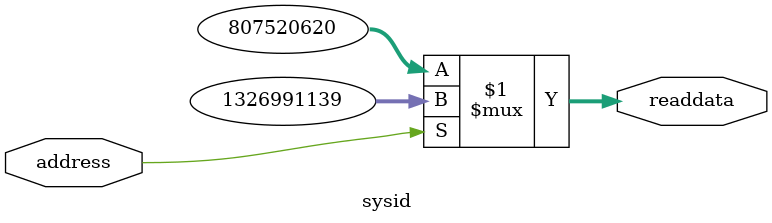
<source format=v>

`timescale 1ns / 1ps
// synthesis translate_on

// turn off superfluous verilog processor warnings 
// altera message_level Level1 
// altera message_off 10034 10035 10036 10037 10230 10240 10030 

module sysid (
               // inputs:
                address,

               // outputs:
                readdata
             )
;

  output  [ 31: 0] readdata;
  input            address;

  wire    [ 31: 0] readdata;
  //control_slave, which is an e_avalon_slave
  assign readdata = address ? 1326991139 : 807520620;

endmodule


</source>
